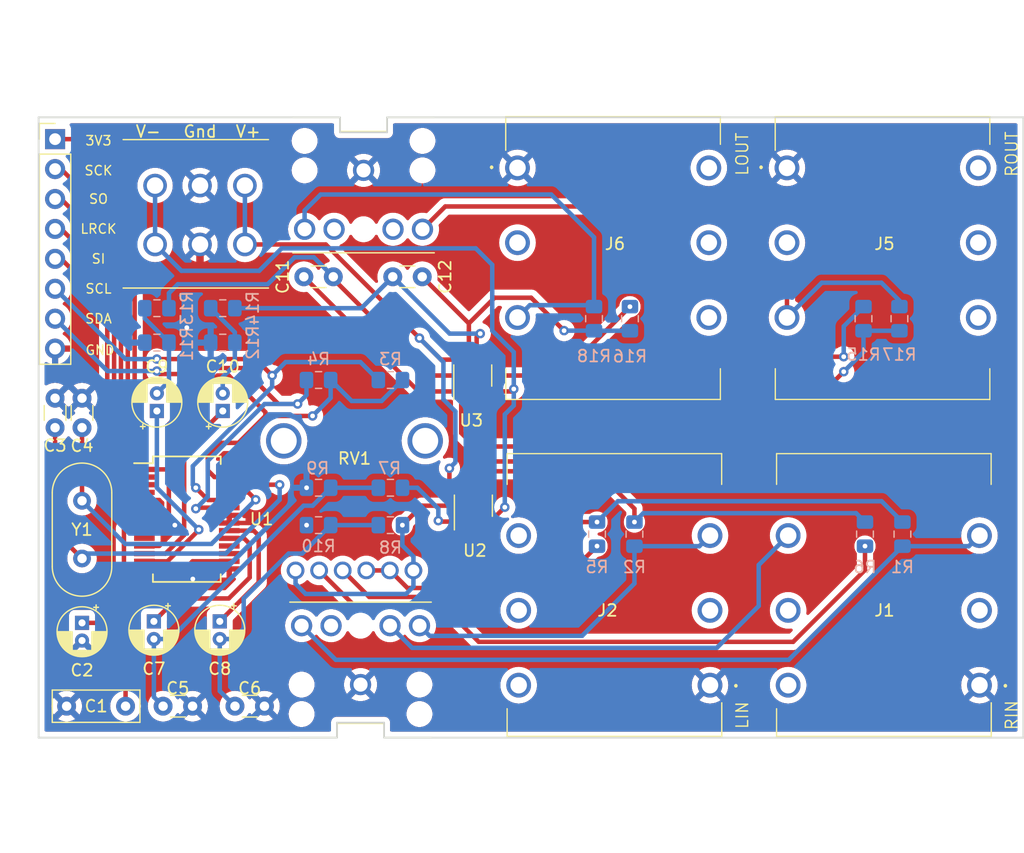
<source format=kicad_pcb>
(kicad_pcb (version 20210722) (generator pcbnew)
  (layers (0 "F.Cu" signal) (31 "B.Cu" signal) (34 "B.Paste" user) (35 "F.Paste" user) (36 "B.SilkS" user "B.Silkscreen") (37 "F.SilkS" user "F.Silkscreen") (38 "B.Mask" user) (39 "F.Mask" user) (44 "Edge.Cuts" user))
  (net 0 "")
  (net 1 "Net-(C1-Pad1)")
  (net 2 "GND")
  (net 3 "Net-(C3-Pad1)")
  (net 4 "Net-(C4-Pad2)")
  (net 5 "Net-(C5-Pad2)")
  (net 6 "Net-(C6-Pad2)")
  (net 7 "/RIN")
  (net 8 "/LIN")
  (net 9 "/ROUT")
  (net 10 "Net-(C9-Pad2)")
  (net 11 "/LOUT")
  (net 12 "Net-(C10-Pad2)")
  (net 13 "Net-(C11-Pad1)")
  (net 14 "Net-(C11-Pad2)")
  (net 15 "Net-(C12-Pad1)")
  (net 16 "Net-(C12-Pad2)")
  (net 20 "Net-(J1-PadT)")
  (net 21 "Net-(J1-PadTN)")
  (net 25 "Net-(J2-PadT)")
  (net 30 "Net-(J5-PadT)")
  (net 35 "Net-(J6-PadT)")
  (net 37 "Net-(R1-Pad2)")
  (net 38 "Net-(R2-Pad2)")
  (net 39 "/+3V3")
  (net 40 "/I2C_SCL")
  (net 41 "/I2C_SDA")
  (net 42 "Net-(R5-Pad2)")
  (net 43 "Net-(R6-Pad2)")
  (net 44 "Net-(R7-Pad1)")
  (net 45 "Net-(R8-Pad1)")
  (net 47 "/I2S_SCK")
  (net 48 "/I2S_SOUT")
  (net 49 "/I2S_LRCK")
  (net 50 "/I2S_SIN")
  (net 55 "Net-(J4-Pad3)")
  (net 56 "Net-(J4-Pad1)")
  (footprint "SamacSys_Parts:1-2834017-3-terminalblock" (layer "F.Cu") (at 153.265 52.93 180)
    (fp_text reference "J4" hide)
    (fp_text value "Screw_Terminal_01x03")
  )
  (footprint "Connector_PinHeader_2.54mm:PinHeader_1x08_P2.54mm_Vertical" (layer "F.Cu") (at 137.162 48.99)
    (fp_text reference "J8" hide)
    (fp_text value "Conn_01x08")
  )
  (footprint "SamacSys_Parts:NMJ6HFD2" (layer "F.Cu") (at 192.72 95.34 -90)
    (fp_text reference "J2")
    (fp_text value "AudioJack3_Switch" hide)
  )
  (footprint "Capacitor_THT:C_Disc_D3.0mm_W1.6mm_P2.50mm" (layer "F.Cu") (at 168.308 60.674 180)
    (fp_text reference "C12")
    (fp_text value "18p")
  )
  (footprint "Capacitor_THT:C_Disc_D3.0mm_W1.6mm_P2.50mm" (layer "F.Cu") (at 158.264 60.674)
    (fp_text reference "C11")
    (fp_text value "18p")
  )
  (footprint "Package_SO:SSOP-28_5.3x10.2mm_P0.65mm" (layer "F.Cu") (at 148.338 81.248)
    (fp_text reference "U1")
    (fp_text value "WM8731")
  )
  (footprint "Crystal:Crystal_HC18-U_Vertical" (layer "F.Cu") (at 139.448 79.687 -90)
    (fp_text reference "Y1")
    (fp_text value "12.288MHz")
  )
  (footprint "Capacitor_THT:C_Disc_D3.0mm_W1.6mm_P2.50mm" (layer "F.Cu") (at 139.448 70.981 -90)
    (fp_text reference "C4")
    (fp_text value "18p")
  )
  (footprint "SamacSys_Parts:NMJ6HFD2" (layer "F.Cu") (at 199.25 51.43 90)
    (fp_text reference "J5")
    (fp_text value "AudioJack3_Switch" hide)
  )
  (footprint "SamacSys_Parts:SJ1-3525N" (layer "F.Cu") (at 157.075 99.79 90)
    (fp_text reference "J3" hide)
    (fp_text value "AudioJack3_SwitchTR" hide)
  )
  (footprint "Package_TO_SOT_SMD:SOT-23-8_Handsoldering" (layer "F.Cu") (at 172.595 69.056 90)
    (fp_text reference "U3")
    (fp_text value "TL072")
  )
  (footprint "SamacSys_Parts:NMJ6HFD2" (layer "F.Cu") (at 215.58 95.34 -90)
    (fp_text reference "J1")
    (fp_text value "AudioJack3_Switch" hide)
  )
  (footprint "Capacitor_THT:C_Rect_L7.2mm_W2.5mm_P5.00mm_FKS2_FKP2_MKS2_MKP2" (layer "F.Cu") (at 143.142 97.123 180)
    (fp_text reference "C1")
    (fp_text value "100n")
  )
  (footprint "SamacSys_Parts:PTV112-4" (layer "F.Cu") (at 162.562 85.599)
    (fp_text reference "RV1")
    (fp_text value "50k (Audio)")
  )
  (footprint "Capacitor_THT:CP_Radial_D4.0mm_P1.50mm" (layer "F.Cu") (at 145.798 72.0646 90)
    (fp_text reference "C9")
    (fp_text value "10u")
  )
  (footprint "Capacitor_THT:C_Disc_D3.0mm_W1.6mm_P2.50mm" (layer "F.Cu") (at 137.162 73.481 90)
    (fp_text reference "C3")
    (fp_text value "18p")
  )
  (footprint "SamacSys_Parts:SJ1-3525N" (layer "F.Cu") (at 169.33 47.14 -90)
    (fp_text reference "J7" hide)
    (fp_text value "AudioJack3_SwitchTR" hide)
  )
  (footprint "Capacitor_THT:CP_Radial_D4.0mm_P1.50mm" (layer "F.Cu") (at 151.132 89.923401 -90)
    (fp_text reference "C8")
    (fp_text value "10u")
  )
  (footprint "Capacitor_THT:CP_Radial_D4.0mm_P1.50mm" (layer "F.Cu") (at 139.448 90.050401 -90)
    (fp_text reference "C2")
    (fp_text value "10u")
  )
  (footprint "SamacSys_Parts:NMJ6HFD2" (layer "F.Cu") (at 176.39 51.43 90)
    (fp_text reference "J6")
    (fp_text value "AudioJack3_Switch" hide)
  )
  (footprint "Capacitor_THT:CP_Radial_D4.0mm_P1.50mm" (layer "F.Cu") (at 145.544 89.923401 -90)
    (fp_text reference "C7")
    (fp_text value "10u")
  )
  (footprint "Capacitor_THT:C_Disc_D3.0mm_W1.6mm_P2.50mm" (layer "F.Cu") (at 148.826 97.123 180)
    (fp_text reference "C5")
    (fp_text value "220p")
  )
  (footprint "Capacitor_THT:C_Disc_D3.0mm_W1.6mm_P2.50mm" (layer "F.Cu") (at 154.922 97.123 180)
    (fp_text reference "C6")
    (fp_text value "220p")
  )
  (footprint "Capacitor_THT:CP_Radial_D4.0mm_P1.50mm" (layer "F.Cu") (at 151.386 72.0646 90)
    (fp_text reference "C10")
    (fp_text value "10u")
  )
  (footprint "Package_TO_SOT_SMD:SOT-23-8_Handsoldering" (layer "F.Cu") (at 172.646 80.105 90)
    (fp_text reference "U2")
    (fp_text value "TL072")
  )
  (footprint "Resistor_SMD:R_0805_2012Metric_Pad1.15x1.40mm_HandSolder" (layer "B.Cu") (at 165.61 78.581 180)
    (fp_text reference "R7")
    (fp_text value "5.6k")
  )
  (footprint "Resistor_SMD:R_0805_2012Metric_Pad1.15x1.40mm_HandSolder" (layer "B.Cu") (at 205.869 82.518 -90)
    (fp_text reference "R6")
    (fp_text value "3.3k")
  )
  (footprint "Resistor_SMD:R_0805_2012Metric_Pad1.15x1.40mm_HandSolder" (layer "B.Cu") (at 165.61 69.437 180)
    (fp_text reference "R3")
    (fp_text value "2.2k")
  )
  (footprint "Resistor_SMD:R_0805_2012Metric_Pad1.15x1.40mm_HandSolder" (layer "B.Cu") (at 151.386 66.262)
    (fp_text reference "R12")
    (fp_text value "39k")
  )
  (footprint "Resistor_SMD:R_0805_2012Metric_Pad1.15x1.40mm_HandSolder" (layer "B.Cu") (at 145.798 66.262)
    (fp_text reference "R11")
    (fp_text value "39k")
  )
  (footprint "Resistor_SMD:R_0805_2012Metric_Pad1.15x1.40mm_HandSolder" (layer "B.Cu") (at 151.386 63.341)
    (fp_text reference "R14")
    (fp_text value "5.6k")
  )
  (footprint "Resistor_SMD:R_0805_2012Metric_Pad1.15x1.40mm_HandSolder" (layer "B.Cu") (at 208.79 64.23 90)
    (fp_text reference "R17")
    (fp_text value "1k")
  )
  (footprint "Resistor_SMD:R_0805_2012Metric_Pad1.15x1.40mm_HandSolder" (layer "B.Cu") (at 159.514 69.437 180)
    (fp_text reference "R4")
    (fp_text value "2.2k")
  )
  (footprint "Resistor_SMD:R_0805_2012Metric_Pad1.15x1.40mm_HandSolder" (layer "B.Cu") (at 145.798 63.341)
    (fp_text reference "R13")
    (fp_text value "5.6k")
  )
  (footprint "Resistor_SMD:R_0805_2012Metric_Pad1.15x1.40mm_HandSolder" (layer "B.Cu") (at 159.514 78.581)
    (fp_text reference "R9")
    (fp_text value "5.6k")
  )
  (footprint "Resistor_SMD:R_0805_2012Metric_Pad1.15x1.40mm_HandSolder" (layer "B.Cu") (at 165.61 81.756 180)
    (fp_text reference "R8")
    (fp_text value "5.6k")
  )
  (footprint "Resistor_SMD:R_0805_2012Metric_Pad1.15x1.40mm_HandSolder" (layer "B.Cu") (at 183.136 82.518 -90)
    (fp_text reference "R5")
    (fp_text value "3.3k")
  )
  (footprint "Resistor_SMD:R_0805_2012Metric_Pad1.15x1.40mm_HandSolder" (layer "B.Cu") (at 209.044 82.518 90)
    (fp_text reference "R1")
    (fp_text value "22k")
  )
  (footprint "Resistor_SMD:R_0805_2012Metric_Pad1.15x1.40mm_HandSolder" (layer "B.Cu") (at 205.742 64.23 -90)
    (fp_text reference "R15")
    (fp_text value "39k")
  )
  (footprint "Resistor_SMD:R_0805_2012Metric_Pad1.15x1.40mm_HandSolder" (layer "B.Cu") (at 185.93 64.23 -90)
    (fp_text reference "R16")
    (fp_text value "39k")
  )
  (footprint "Resistor_SMD:R_0805_2012Metric_Pad1.15x1.40mm_HandSolder" (layer "B.Cu") (at 182.882 64.23 90)
    (fp_text reference "R18")
    (fp_text value "1k")
  )
  (footprint "Resistor_SMD:R_0805_2012Metric_Pad1.15x1.40mm_HandSolder" (layer "B.Cu") (at 159.514 81.756)
    (fp_text reference "R10")
    (fp_text value "5.6k")
  )
  (footprint "Resistor_SMD:R_0805_2012Metric_Pad1.15x1.40mm_HandSolder" (layer "B.Cu") (at 186.311 82.518 90)
    (fp_text reference "R2")
    (fp_text value "22k")
  )
  (gr_line (start 165.33 47.14) (end 165.33 48.41) (layer "Edge.Cuts") (width 0.15))
  (gr_line (start 219.305 47.14) (end 219.305 99.79) (layer "Edge.Cuts") (width 0.15))
  (gr_line (start 165.33 48.41) (end 161.33 48.41) (layer "Edge.Cuts") (width 0.15))
  (gr_line (start 165.075 98.52) (end 161.075 98.52) (layer "Edge.Cuts") (width 0.15))
  (gr_line (start 135.765 47.14) (end 161.33 47.14) (layer "Edge.Cuts") (width 0.15))
  (gr_line (start 219.305 99.79) (end 165.075 99.79) (layer "Edge.Cuts") (width 0.15))
  (gr_line (start 161.33 47.14) (end 161.33 48.41) (layer "Edge.Cuts") (width 0.15))
  (gr_line (start 165.33 47.14) (end 219.305 47.14) (layer "Edge.Cuts") (width 0.15))
  (gr_line (start 161.075 98.52) (end 161.075 99.79) (layer "Edge.Cuts") (width 0.15))
  (gr_line (start 135.765 99.79) (end 135.765 47.14) (layer "Edge.Cuts") (width 0.15))
  (gr_line (start 165.075 99.79) (end 165.075 98.52) (layer "Edge.Cuts") (width 0.15))
  (gr_line (start 161.075 99.79) (end 135.765 99.79) (layer "Edge.Cuts") (width 0.15))
  (gr_text "SO" (at 140.845 54.07) (layer "F.SilkS") (effects (font (size 0.8 0.8) (thickness 0.12))))
  (gr_text "LIN" (at 195.455 97.885 90) (layer "F.SilkS") (effects (font (size 1 1) (thickness 0.12))))
  (gr_text "SDA" (at 140.845 64.23) (layer "F.SilkS") (effects (font (size 0.8 0.8) (thickness 0.12))))
  (gr_text "RIN" (at 218.315 97.885 90) (layer "F.SilkS") (effects (font (size 1 1) (thickness 0.12))))
  (gr_text "3V3" (at 140.845 49.12) (layer "F.SilkS") (effects (font (size 0.8 0.8) (thickness 0.12))))
  (gr_text "LOUT" (at 195.455 50.26 90) (layer "F.SilkS") (effects (font (size 1 1) (thickness 0.12))))
  (gr_text "ROUT" (at 218.315 50.26 90) (layer "F.SilkS") (effects (font (size 1 1) (thickness 0.12))))
  (gr_text "GND" (at 140.972 66.897) (layer "F.SilkS") (effects (font (size 0.8 0.8) (thickness 0.12))))
  (gr_text "SCL" (at 140.845 61.69) (layer "F.SilkS") (effects (font (size 0.8 0.8) (thickness 0.12))))
  (gr_text "LRCK" (at 140.845 56.61) (layer "F.SilkS") (effects (font (size 0.8 0.8) (thickness 0.12))))
  (gr_text "SI" (at 140.845 59.15) (layer "F.SilkS") (effects (font (size 0.8 0.8) (thickness 0.12))))
  (gr_text "SCK" (at 140.845 51.66) (layer "F.SilkS") (effects (font (size 0.8 0.8) (thickness 0.12))))
  (segment (start 143.142 90.051) (end 143.142 97.123) (width 0.381) (layer "F.Cu") (net 1))
  (segment (start 146.23 86.963) (end 146.687 86.963) (width 0.381) (layer "F.Cu") (net 1))
  (segment (start 143.142599 90.050401) (end 143.142 90.051) (width 0.381) (layer "F.Cu") (net 1))
  (segment (start 146.687 86.963) (end 148.827 84.823) (width 0.381) (layer "F.Cu") (net 1))
  (segment (start 148.827 84.823) (end 151.938 84.823) (width 0.381) (layer "F.Cu") (net 1))
  (segment (start 143.142599 90.050401) (end 146.23 86.963) (width 0.381) (layer "F.Cu") (net 1))
  (segment (start 139.448 90.050401) (end 143.142599 90.050401) (width 0.381) (layer "F.Cu") (net 1))
  (segment (start 151.938 85.473) (end 149.701 85.473) (width 0.381) (layer "F.Cu") (net 2))
  (segment (start 149.455 63.875) (end 148.338 64.992) (width 0.635) (layer "F.Cu") (net 2))
  (segment (start 149.455 57.93) (end 149.455 63.875) (width 0.635) (layer "F.Cu") (net 2))
  (segment (start 172.925 71.88) (end 173.585 72.54) (width 0.381) (layer "F.Cu") (net 2))
  (segment (start 151.938 81.573) (end 155.506 81.573) (width 0.381) (layer "F.Cu") (net 2))
  (segment (start 172.976 81.455) (end 172.976 83.361) (width 0.381) (layer "F.Cu") (net 2))
  (segment (start 172.925 70.406) (end 172.925 71.88) (width 0.381) (layer "F.Cu") (net 2))
  (segment (start 172.976 83.361) (end 173.585 83.97) (width 0.381) (layer "F.Cu") (net 2))
  (segment (start 145.994 83.523) (end 147.322 82.195) (width 0.381) (layer "F.Cu") (net 2))
  (segment (start 155.506 81.573) (end 158.498 78.581) (width 0.381) (layer "F.Cu") (net 2))
  (segment (start 147.322 82.195) (end 147.322 81.756) (width 0.381) (layer "F.Cu") (net 2))
  (segment (start 144.738 83.523) (end 145.994 83.523) (width 0.381) (layer "F.Cu") (net 2))
  (segment (start 149.701 85.473) (end 148.846 86.328) (width 0.381) (layer "F.Cu") (net 2))
  (via (at 147.322 81.756) (size 0.8) (drill 0.4) (layers "F.Cu" "B.Cu") (net 2))
  (via (at 148.846 86.328) (size 0.8) (drill 0.4) (layers "F.Cu" "B.Cu") (net 2))
  (via (at 148.338 64.992) (size 0.8) (drill 0.4) (layers "F.Cu" "B.Cu") (net 2))
  (via (at 158.498 81.756) (size 0.8) (drill 0.4) (layers "F.Cu" "B.Cu") (net 2))
  (via (at 158.498 78.581) (size 0.8) (drill 0.4) (layers "F.Cu" "B.Cu") (net 2))
  (segment (start 137.162 82.301) (end 137.162 73.481) (width 0.381) (layer "F.Cu") (net 3))
  (segment (start 151.938 78.323) (end 156.208 78.323) (width 0.381) (layer "F.Cu") (net 3))
  (segment (start 139.448 84.587) (end 137.162 82.301) (width 0.381) (layer "F.Cu") (net 3))
  (segment (start 156.208 78.323) (end 156.212 78.327) (width 0.381) (layer "F.Cu") (net 3))
  (via (at 156.212 78.327) (size 0.8) (drill 0.4) (layers "F.Cu" "B.Cu") (net 3))
  (segment (start 139.448 84.587) (end 139.866 84.169) (width 0.381) (layer "B.Cu") (net 3))
  (segment (start 156.212 79.597) (end 156.212 78.327) (width 0.381) (layer "B.Cu") (net 3))
  (segment (start 139.866 84.169) (end 151.64 84.169) (width 0.381) (layer "B.Cu") (net 3))
  (segment (start 151.64 84.169) (end 156.212 79.597) (width 0.381) (layer "B.Cu") (net 3))
  (segment (start 153.556 78.973) (end 154.18 79.597) (width 0.381) (layer "F.Cu") (net 4))
  (segment (start 151.938 78.973) (end 153.556 78.973) (width 0.381) (layer "F.Cu") (net 4))
  (segment (start 139.448 79.687) (end 139.448 73.481) (width 0.381) (layer "F.Cu") (net 4))
  (via (at 154.18 79.597) (size 0.8) (drill 0.4) (layers "F.Cu" "B.Cu") (net 4))
  (segment (start 139.448 79.687) (end 143.11351 83.35251) (width 0.381) (layer "B.Cu") (net 4))
  (segment (start 143.11351 83.35251) (end 150.42449 83.35251) (width 0.381) (layer "B.Cu") (net 4))
  (segment (start 150.42449 83.35251) (end 154.18 79.597) (width 0.381) (layer "B.Cu") (net 4))
  (segment (start 146.925599 91.423401) (end 145.544 91.423401) (width 0.381) (layer "B.Cu") (net 5))
  (segment (start 158.244 80.105) (end 146.925599 91.423401) (width 0.381) (layer "B.Cu") (net 5))
  (segment (start 160.539 78.581) (end 159.015 80.105) (width 0.381) (layer "B.Cu") (net 5))
  (segment (start 159.015 80.105) (end 158.244 80.105) (width 0.381) (layer "B.Cu") (net 5))
  (segment (start 145.544 96.341) (end 146.326 97.123) (width 0.381) (layer "B.Cu") (net 5))
  (segment (start 164.585 78.581) (end 160.539 78.581) (width 0.381) (layer "B.Cu") (net 5))
  (segment (start 145.544 91.423401) (end 145.544 96.341) (width 0.381) (layer "B.Cu") (net 5))
  (segment (start 160.539 81.756) (end 158.126 84.169) (width 0.381) (layer "B.Cu") (net 6))
  (segment (start 156.974 84.169) (end 153.164 87.979) (width 0.381) (layer "B.Cu") (net 6))
  (segment (start 160.539 81.756) (end 164.585 81.756) (width 0.381) (layer "B.Cu") (net 6))
  (segment (start 152.259599 91.423401) (end 151.132 91.423401) (width 0.381) (layer "B.Cu") (net 6))
  (segment (start 158.126 84.169) (end 156.974 84.169) (width 0.381) (layer "B.Cu") (net 6))
  (segment (start 153.164 90.519) (end 152.259599 91.423401) (width 0.381) (layer "B.Cu") (net 6))
  (segment (start 151.132 91.423401) (end 151.132 95.833) (width 0.381) (layer "B.Cu") (net 6))
  (segment (start 153.164 87.979) (end 153.164 90.519) (width 0.381) (layer "B.Cu") (net 6))
  (segment (start 151.132 95.833) (end 152.422 97.123) (width 0.381) (layer "B.Cu") (net 6))
  (segment (start 151.894 87.979) (end 147.488401 87.979) (width 0.381) (layer "F.Cu") (net 7))
  (segment (start 147.488401 87.979) (end 145.544 89.923401) (width 0.381) (layer "F.Cu") (net 7))
  (segment (start 151.938 82.873) (end 153.194 82.873) (width 0.381) (layer "F.Cu") (net 7))
  (segment (start 153.672 83.351) (end 153.672 86.201) (width 0.381) (layer "F.Cu") (net 7))
  (segment (start 153.194 82.873) (end 153.672 83.351) (width 0.381) (layer "F.Cu") (net 7))
  (segment (start 153.672 86.201) (end 151.894 87.979) (width 0.381) (layer "F.Cu") (net 7))
  (segment (start 154.434 86.621401) (end 154.434 82.645) (width 0.381) (layer "F.Cu") (net 8))
  (segment (start 151.132 89.923401) (end 154.434 86.621401) (width 0.381) (layer "F.Cu") (net 8))
  (segment (start 154.434 82.645) (end 154.012 82.223) (width 0.381) (layer "F.Cu") (net 8))
  (segment (start 154.012 82.223) (end 151.938 82.223) (width 0.381) (layer "F.Cu") (net 8))
  (segment (start 149.354 82.170197) (end 149.354 82.137) (width 0.381) (layer "F.Cu") (net 9))
  (segment (start 146.701197 84.823) (end 149.354 82.170197) (width 0.381) (layer "F.Cu") (net 9))
  (segment (start 144.738 84.823) (end 146.701197 84.823) (width 0.381) (layer "F.Cu") (net 9))
  (via (at 149.354 82.137) (size 0.8) (drill 0.4) (layers "F.Cu" "B.Cu") (net 9))
  (segment (start 145.798 78.581) (end 149.354 82.137) (width 0.381) (layer "B.Cu") (net 9))
  (segment (start 145.798 72.0646) (end 145.798 78.581) (width 0.381) (layer "B.Cu") (net 9))
  (segment (start 145.798 70.5646) (end 146.823 69.5396) (width 0.381) (layer "B.Cu") (net 10))
  (segment (start 144.773 63.341) (end 144.773 64.212) (width 0.381) (layer "B.Cu") (net 10))
  (segment (start 146.823 69.5396) (end 146.823 66.262) (width 0.381) (layer "B.Cu") (net 10))
  (segment (start 144.773 64.212) (end 146.823 66.262) (width 0.381) (layer "B.Cu") (net 10))
  (segment (start 144.738 84.173) (end 146.530231 84.173) (width 0.381) (layer "F.Cu") (net 11))
  (segment (start 148.112001 75.338599) (end 151.386 72.0646) (width 0.381) (layer "F.Cu") (net 11))
  (segment (start 148.112001 82.59123) (end 148.112001 75.338599) (width 0.381) (layer "F.Cu") (net 11))
  (segment (start 146.530231 84.173) (end 148.112001 82.59123) (width 0.381) (layer "F.Cu") (net 11))
  (segment (start 152.411 65.391) (end 150.361 63.341) (width 0.381) (layer "B.Cu") (net 12))
  (segment (start 151.386 70.5646) (end 151.386 69.183) (width 0.381) (layer "B.Cu") (net 12))
  (segment (start 152.411 65.391) (end 152.411 66.262) (width 0.381) (layer "B.Cu") (net 12))
  (segment (start 151.386 69.183) (end 152.411 68.158) (width 0.381) (layer "B.Cu") (net 12))
  (segment (start 152.411 68.158) (end 152.411 66.262) (width 0.381) (layer "B.Cu") (net 12))
  (segment (start 171.615 73.930966) (end 174.034034 76.35) (width 0.381) (layer "F.Cu") (net 13))
  (segment (start 174.034034 76.35) (end 196.445 76.35) (width 0.381) (layer "F.Cu") (net 13))
  (segment (start 196.445 76.35) (end 204.065 68.73) (width 0.381) (layer "F.Cu") (net 13))
  (segment (start 171.615 70.406) (end 171.615 73.930966) (width 0.381) (layer "F.Cu") (net 13))
  (segment (start 171.615 70.406) (end 167.996 70.406) (width 0.381) (layer "F.Cu") (net 13))
  (segment (start 167.996 70.406) (end 158.264 60.674) (width 0.381) (layer "F.Cu") (net 13))
  (via (at 204.065 68.73) (size 0.8) (drill 0.4) (layers "F.Cu" "B.Cu") (net 13))
  (segment (start 205.742 67.053) (end 204.065 68.73) (width 0.381) (layer "B.Cu") (net 13))
  (segment (start 205.742 65.255) (end 205.742 67.053) (width 0.381) (layer "B.Cu") (net 13))
  (segment (start 205.742 65.255) (end 208.79 65.255) (width 0.381) (layer "B.Cu") (net 13))
  (segment (start 168.963 69.056) (end 172.076 69.056) (width 0.381) (layer "F.Cu") (net 14))
  (segment (start 172.265 73.125) (end 174.22 75.08) (width 0.381) (layer "F.Cu") (net 14))
  (segment (start 174.22 75.08) (end 195.175 75.08) (width 0.381) (layer "F.Cu") (net 14))
  (segment (start 202.795 67.46) (end 204.065 67.46) (width 0.381) (layer "F.Cu") (net 14))
  (segment (start 160.764 60.857) (end 168.963 69.056) (width 0.381) (layer "F.Cu") (net 14))
  (segment (start 160.764 60.674) (end 160.764 60.857) (width 0.381) (layer "F.Cu") (net 14))
  (segment (start 172.076 69.056) (end 172.265 69.245) (width 0.381) (layer "F.Cu") (net 14))
  (segment (start 195.175 75.08) (end 202.795 67.46) (width 0.381) (layer "F.Cu") (net 14))
  (segment (start 172.265 69.245) (end 172.265 70.406) (width 0.381) (layer "F.Cu") (net 14))
  (segment (start 172.265 70.406) (end 172.265 73.125) (width 0.381) (layer "F.Cu") (net 14))
  (via (at 204.065 67.46) (size 0.8) (drill 0.4) (layers "F.Cu" "B.Cu") (net 14))
  (segment (start 204.065 64.882) (end 204.065 67.46) (width 0.381) (layer "B.Cu") (net 14))
  (segment (start 157.482 59.023) (end 159.113 59.023) (width 0.381) (layer "B.Cu") (net 14))
  (segment (start 205.742 63.205) (end 204.065 64.882) (width 0.381) (layer "B.Cu") (net 14))
  (segment (start 147.576 61.309) (end 155.196 61.309) (width 0.381) (layer "B.Cu") (net 14))
  (segment (start 146.823 63.341) (end 146.823 62.062) (width 0.381) (layer "B.Cu") (net 14))
  (segment (start 155.196 61.309) (end 157.482 59.023) (width 0.381) (layer "B.Cu") (net 14))
  (segment (start 146.823 62.062) (end 147.576 61.309) (width 0.381) (layer "B.Cu") (net 14))
  (segment (start 159.113 59.023) (end 160.764 60.674) (width 0.381) (layer "B.Cu") (net 14))
  (segment (start 177.548 62.452) (end 180.342 65.246) (width 0.381) (layer "F.Cu") (net 15))
  (segment (start 174.444 62.452) (end 177.548 62.452) (width 0.381) (layer "F.Cu") (net 15))
  (segment (start 172.265 64.631) (end 172.265 65.195) (width 0.381) (layer "F.Cu") (net 15))
  (segment (start 172.265 64.631) (end 174.444 62.452) (width 0.381) (layer "F.Cu") (net 15))
  (segment (start 172.265 67.706) (end 172.265 65.195) (width 0.381) (layer "F.Cu") (net 15))
  (segment (start 168.308 60.674) (end 172.265 64.631) (width 0.381) (layer "F.Cu") (net 15))
  (via (at 180.342 65.246) (size 0.8) (drill 0.4) (layers "F.Cu" "B.Cu") (net 15))
  (segment (start 180.342 65.246) (end 182.873 65.246) (width 0.381) (layer "B.Cu") (net 15))
  (segment (start 185.93 65.255) (end 182.882 65.255) (width 0.381) (layer "B.Cu") (net 15))
  (segment (start 182.873 65.246) (end 182.882 65.255) (width 0.381) (layer "B.Cu") (net 15))
  (segment (start 180.088 69.056) (end 185.93 63.214) (width 0.381) (layer "F.Cu") (net 16))
  (segment (start 172.925 67.706) (end 172.925 65.805) (width 0.381) (layer "F.Cu") (net 16))
  (segment (start 172.925 65.805) (end 173.23 65.5) (width 0.381) (layer "F.Cu") (net 16))
  (segment (start 173.114 69.056) (end 180.088 69.056) (width 0.381) (layer "F.Cu") (net 16))
  (segment (start 172.925 68.867) (end 173.114 69.056) (width 0.381) (layer "F.Cu") (net 16))
  (segment (start 172.925 67.706) (end 172.925 68.867) (width 0.381) (layer "F.Cu") (net 16))
  (via (at 185.93 63.214) (size 0.8) (drill 0.4) (layers "F.Cu" "B.Cu") (net 16))
  (via (at 173.23 65.5) (size 0.8) (drill 0.4) (layers "F.Cu" "B.Cu") (net 16))
  (segment (start 152.411 63.341) (end 163.141 63.341) (width 0.381) (layer "B.Cu") (net 16))
  (segment (start 163.141 63.341) (end 165.808 60.674) (width 0.381) (layer "B.Cu") (net 16))
  (segment (start 170.634 65.5) (end 173.23 65.5) (width 0.381) (layer "B.Cu") (net 16))
  (segment (start 165.808 60.674) (end 170.634 65.5) (width 0.381) (layer "B.Cu") (net 16))
  (segment (start 185.93 63.205) (end 185.93 63.214) (width 0.381) (layer "B.Cu") (net 16))
  (segment (start 199.401 93.186) (end 209.044 83.543) (width 0.381) (layer "B.Cu") (net 20))
  (segment (start 209.044 83.543) (end 214.677 83.543) (width 0.381) (layer "B.Cu") (net 20))
  (segment (start 160.971 93.186) (end 199.401 93.186) (width 0.381) (layer "B.Cu") (net 20))
  (segment (start 158.075 90.29) (end 160.971 93.186) (width 0.381) (layer "B.Cu") (net 20))
  (segment (start 214.677 83.543) (end 215.58 82.64) (width 0.381) (layer "B.Cu") (net 20))
  (segment (start 193.296 92.17) (end 167.455 92.17) (width 0.381) (layer "B.Cu") (net 21))
  (segment (start 167.455 92.17) (end 165.575 90.29) (width 0.381) (layer "B.Cu") (net 21))
  (segment (start 196.852 85.138) (end 196.852 88.614) (width 0.381) (layer "B.Cu") (net 21))
  (segment (start 199.35 82.64) (end 196.852 85.138) (width 0.381) (layer "B.Cu") (net 21))
  (segment (start 196.852 88.614) (end 193.296 92.17) (width 0.381) (layer "B.Cu") (net 21))
  (segment (start 191.817 83.543) (end 192.72 82.64) (width 0.381) (layer "B.Cu") (net 25))
  (segment (start 168.075 90.29) (end 168.939 91.154) (width 0.381) (layer "B.Cu") (net 25))
  (segment (start 181.866 91.154) (end 186.311 86.709) (width 0.381) (layer "B.Cu") (net 25))
  (segment (start 186.311 86.709) (end 186.311 83.543) (width 0.381) (layer "B.Cu") (net 25))
  (segment (start 168.939 91.154) (end 181.866 91.154) (width 0.381) (layer "B.Cu") (net 25))
  (segment (start 186.311 83.543) (end 191.817 83.543) (width 0.381) (layer "B.Cu") (net 25))
  (segment (start 192.966 54.705) (end 199.25 60.989) (width 0.381) (layer "F.Cu") (net 30))
  (segment (start 170.265 54.705) (end 192.966 54.705) (width 0.381) (layer "F.Cu") (net 30))
  (segment (start 199.25 60.989) (end 199.25 64.13) (width 0.381) (layer "F.Cu") (net 30))
  (segment (start 168.33 56.64) (end 170.265 54.705) (width 0.381) (layer "F.Cu") (net 30))
  (segment (start 207.266 61.182) (end 208.79 62.706) (width 0.381) (layer "B.Cu") (net 30))
  (segment (start 202.198 61.182) (end 207.266 61.182) (width 0.381) (layer "B.Cu") (net 30))
  (segment (start 199.25 64.13) (end 202.198 61.182) (width 0.381) (layer "B.Cu") (net 30))
  (segment (start 208.79 62.706) (end 208.79 63.205) (width 0.381) (layer "B.Cu") (net 30))
  (segment (start 182.764 63.087) (end 182.882 63.205) (width 0.381) (layer "B.Cu") (net 35))
  (segment (start 158.33 55.051) (end 159.692 53.689) (width 0.381) (layer "B.Cu") (net 35))
  (segment (start 158.33 56.64) (end 158.33 55.051) (width 0.381) (layer "B.Cu") (net 35))
  (segment (start 159.692 53.689) (end 179.25 53.689) (width 0.381) (layer "B.Cu") (net 35))
  (segment (start 182.882 57.321) (end 182.882 63.205) (width 0.381) (layer "B.Cu") (net 35))
  (segment (start 176.39 64.13) (end 177.433 63.087) (width 0.381) (layer "B.Cu") (net 35))
  (segment (start 179.25 53.689) (end 182.882 57.321) (width 0.381) (layer "B.Cu") (net 35))
  (segment (start 177.433 63.087) (end 182.764 63.087) (width 0.381) (layer "B.Cu") (net 35))
  (segment (start 172.316 84.906) (end 172.316 81.455) (width 0.381) (layer "F.Cu") (net 37))
  (segment (start 181.875 81.493) (end 178.056 85.312) (width 0.381) (layer "F.Cu") (net 37))
  (segment (start 178.056 85.312) (end 172.722 85.312) (width 0.381) (layer "F.Cu") (net 37))
  (segment (start 172.722 85.312) (end 172.316 84.906) (width 0.381) (layer "F.Cu") (net 37))
  (segment (start 183.136 81.493) (end 181.875 81.493) (width 0.381) (layer "F.Cu") (net 37))
  (via (at 183.136 81.493) (size 0.8) (drill 0.4) (layers "F.Cu" "B.Cu") (net 37))
  (segment (start 184.905 79.724) (end 183.136 81.493) (width 0.381) (layer "B.Cu") (net 37))
  (segment (start 209.044 81.493) (end 207.275 79.724) (width 0.381) (layer "B.Cu") (net 37))
  (segment (start 207.275 79.724) (end 184.905 79.724) (width 0.381) (layer "B.Cu") (net 37))
  (segment (start 186.311 81.493) (end 186.311 80.359) (width 0.381) (layer "F.Cu") (net 38))
  (segment (start 183.136 77.184) (end 173.386 77.184) (width 0.381) (layer "F.Cu") (net 38))
  (segment (start 173.386 77.184) (end 172.976 77.594) (width 0.381) (layer "F.Cu") (net 38))
  (segment (start 186.311 80.359) (end 183.136 77.184) (width 0.381) (layer "F.Cu") (net 38))
  (segment (start 172.976 77.594) (end 172.976 78.755) (width 0.381) (layer "F.Cu") (net 38))
  (via (at 186.311 81.493) (size 0.8) (drill 0.4) (layers "F.Cu" "B.Cu") (net 38))
  (segment (start 187.064 80.74) (end 186.311 81.493) (width 0.381) (layer "B.Cu") (net 38))
  (segment (start 205.869 81.493) (end 205.116 80.74) (width 0.381) (layer "B.Cu") (net 38))
  (segment (start 205.116 80.74) (end 187.064 80.74) (width 0.381) (layer "B.Cu") (net 38))
  (segment (start 143.911022 54.088022) (end 143.911022 76.196022) (width 0.381) (layer "F.Cu") (net 39))
  (segment (start 150.116 77.107) (end 150.116 75.787) (width 0.381) (layer "F.Cu") (net 39))
  (segment (start 155.004422 72.485) (end 159.006 72.485) (width 0.381) (layer "F.Cu") (net 39))
  (segment (start 151.894 69.056) (end 155.004422 72.166422) (width 0.381) (layer "F.Cu") (net 39))
  (segment (start 152.718422 74.771) (end 155.004422 72.485) (width 0.381) (layer "F.Cu") (net 39))
  (segment (start 138.813 48.99) (end 143.911022 54.088022) (width 0.381) (layer "F.Cu") (net 39))
  (segment (start 143.507978 85.473) (end 144.738 85.473) (width 0.381) (layer "F.Cu") (net 39))
  (segment (start 146.814 73.1835) (end 150.9415 69.056) (width 0.381) (layer "F.Cu") (net 39))
  (segment (start 146.814 81.121) (end 146.814 77.057) (width 0.381) (layer "F.Cu") (net 39))
  (segment (start 150.116 75.787) (end 151.132 74.771) (width 0.381) (layer "F.Cu") (net 39))
  (segment (start 143.004 82.051) (end 143.004 84.969022) (width 0.381) (layer "F.Cu") (net 39))
  (segment (start 144.738 81.573) (end 143.482 81.573) (width 0.381) (layer "F.Cu") (net 39))
  (segment (start 151.938 77.673) (end 150.682 77.673) (width 0.381) (layer "F.Cu") (net 39))
  (segment (start 143.482 81.573) (end 143.004 82.051) (width 0.381) (layer "F.Cu") (net 39))
  (segment (start 143.004 84.969022) (end 143.507978 85.473) (width 0.381) (layer "F.Cu") (net 39))
  (segment (start 146.78 77.023) (end 146.814 77.057) (width 0.381) (layer "F.Cu") (net 39))
  (segment (start 146.814 77.057) (end 146.814 73.1835) (width 0.381) (layer "F.Cu") (net 39))
  (segment (start 146.362 81.573) (end 146.814 81.121) (width 0.381) (layer "F.Cu") (net 39))
  (segment (start 150.682 77.673) (end 150.116 77.107) (width 0.381) (layer "F.Cu") (net 39))
  (segment (start 155.004422 72.166422) (end 155.004422 72.485) (width 0.381) (layer "F.Cu") (net 39))
  (segment (start 143.911022 76.196022) (end 144.738 77.023) (width 0.381) (layer "F.Cu") (net 39))
  (segment (start 151.132 74.771) (end 152.718422 74.771) (width 0.381) (layer "F.Cu") (net 39))
  (segment (start 144.738 81.573) (end 146.362 81.573) (width 0.381) (layer "F.Cu") (net 39))
  (segment (start 144.738 77.023) (end 146.78 77.023) (width 0.381) (layer "F.Cu") (net 39))
  (segment (start 137.162 48.99) (end 138.813 48.99) (width 0.381) (layer "F.Cu") (net 39))
  (segment (start 150.9415 69.056) (end 151.894 69.056) (width 0.381) (layer "F.Cu") (net 39))
  (via (at 159.006 72.485) (size 0.8) (drill 0.4) (layers "F.Cu" "B.Cu") (net 39))
  (segment (start 162.317 71.215) (end 164.857 71.215) (width 0.381) (layer "B.Cu") (net 39))
  (segment (start 160.539 70.952) (end 159.006 72.485) (width 0.381) (layer "B.Cu") (net 39))
  (segment (start 164.857 71.215) (end 166.635 69.437) (width 0.381) (layer "B.Cu") (net 39))
  (segment (start 160.539 69.437) (end 160.539 70.952) (width 0.381) (layer "B.Cu") (net 39))
  (segment (start 160.539 69.437) (end 162.317 71.215) (width 0.381) (layer "B.Cu") (net 39))
  (segment (start 149.1 78.581) (end 150.142 79.623) (width 0.381) (layer "F.Cu") (net 40))
  (segment (start 155.577 69.056) (end 154.18 67.659) (width 0.381) (layer "F.Cu") (net 40))
  (segment (start 150.142 79.623) (end 151.938 79.623) (width 0.381) (layer "F.Cu") (net 40))
  (segment (start 154.18 67.659) (end 145.798 67.659) (width 0.381) (layer "F.Cu") (net 40))
  (via (at 145.798 67.659) (size 0.8) (drill 0.4) (layers "F.Cu" "B.Cu") (net 40))
  (via (at 149.1 78.581) (size 0.8) (drill 0.4) (layers "F.Cu" "B.Cu") (net 40))
  (via (at 155.577 69.056) (size 0.8) (drill 0.4) (layers "F.Cu" "B.Cu") (net 40))
  (segment (start 155.577 69.056) (end 156.72 67.913) (width 0.381) (layer "B.Cu") (net 40))
  (segment (start 156.72 67.913) (end 163.061 67.913) (width 0.381) (layer "B.Cu") (net 40))
  (segment (start 148.846 78.327) (end 149.1 78.581) (width 0.381) (layer "B.Cu") (net 40))
  (segment (start 137.162 61.69) (end 143.131 67.659) (width 0.381) (layer "B.Cu") (net 40))
  (segment (start 155.577 69.056) (end 155.577 70.013034) (width 0.381) (layer "B.Cu") (net 40))
  (segment (start 163.061 67.913) (end 164.585 69.437) (width 0.381) (layer "B.Cu") (net 40))
  (segment (start 143.131 67.659) (end 145.798 67.659) (width 0.381) (layer "B.Cu") (net 40))
  (segment (start 148.846 76.744034) (end 148.846 78.327) (width 0.381) (layer "B.Cu") (net 40))
  (segment (start 155.577 70.013034) (end 148.846 76.744034) (width 0.381) (layer "B.Cu") (net 40))
  (segment (start 149.1 68.929) (end 149.608 68.421) (width 0.381) (layer "F.Cu") (net 41))
  (segment (start 145.798 68.675) (end 146.052 68.929) (width 0.381) (layer "F.Cu") (net 41))
  (segment (start 153.054031 68.421) (end 156.102031 71.469) (width 0.381) (layer "F.Cu") (net 41))
  (segment (start 149.186 80.273) (end 151.938 80.273) (width 0.381) (layer "F.Cu") (net 41))
  (segment (start 146.052 68.929) (end 149.1 68.929) (width 0.381) (layer "F.Cu") (net 41))
  (segment (start 149.1 80.359) (end 149.186 80.273) (width 0.381) (layer "F.Cu") (net 41))
  (segment (start 149.608 68.421) (end 153.054031 68.421) (width 0.381) (layer "F.Cu") (net 41))
  (segment (start 156.102031 71.469) (end 157.736 71.469) (width 0.381) (layer "F.Cu") (net 41))
  (via (at 157.736 71.469) (size 0.8) (drill 0.4) (layers "F.Cu" "B.Cu") (net 41))
  (via (at 145.798 68.675) (size 0.8) (drill 0.4) (layers "F.Cu" "B.Cu") (net 41))
  (via (at 149.1 80.359) (size 0.8) (drill 0.4) (layers "F.Cu" "B.Cu") (net 41))
  (segment (start 141.607 68.675) (end 145.798 68.675) (width 0.381) (layer "B.Cu") (net 41))
  (segment (start 158.489 70.716) (end 157.736 71.469) (width 0.381) (layer "B.Cu") (net 41))
  (segment (start 157.736 71.469) (end 154.942 71.469) (width 0.381) (layer "B.Cu") (net 41))
  (segment (start 150.116 76.295) (end 150.116 79.343) (width 0.381) (layer "B.Cu") (net 41))
  (segment (start 137.162 64.23) (end 141.607 68.675) (width 0.381) (layer "B.Cu") (net 41))
  (segment (start 154.942 71.469) (end 150.116 76.295) (width 0.381) (layer "B.Cu") (net 41))
  (segment (start 150.116 79.343) (end 149.1 80.359) (width 0.381) (layer "B.Cu") (net 41))
  (segment (start 158.489 69.437) (end 158.489 70.716) (width 0.381) (layer "B.Cu") (net 41))
  (segment (start 170.182 87.852) (end 171.706 86.328) (width 0.381) (layer "F.Cu") (net 42))
  (segment (start 171.706 86.328) (end 180.342 86.328) (width 0.381) (layer "F.Cu") (net 42))
  (segment (start 180.342 86.328) (end 183.136 83.534) (width 0.381) (layer "F.Cu") (net 42))
  (segment (start 161.562 85.599) (end 163.815 87.852) (width 0.381) (layer "F.Cu") (net 42))
  (segment (start 163.815 87.852) (end 170.182 87.852) (width 0.381) (layer "F.Cu") (net 42))
  (via (at 183.136 83.534) (size 0.8) (drill 0.4) (layers "F.Cu" "B.Cu") (net 42))
  (segment (start 199.773 91.662) (end 205.869 85.566) (width 0.381) (layer "F.Cu") (net 43))
  (segment (start 159.562 85.599) (end 162.649511 88.686511) (width 0.381) (layer "F.Cu") (net 43))
  (segment (start 162.649511 88.686511) (end 170.127511 88.686511) (width 0.381) (layer "F.Cu") (net 43))
  (segment (start 205.869 85.566) (end 205.869 83.534) (width 0.381) (layer "F.Cu") (net 43))
  (segment (start 170.127511 88.686511) (end 173.103 91.662) (width 0.381) (layer "F.Cu") (net 43))
  (segment (start 173.103 91.662) (end 199.773 91.662) (width 0.381) (layer "F.Cu") (net 43))
  (via (at 205.869 83.534) (size 0.8) (drill 0.4) (layers "F.Cu" "B.Cu") (net 43))
  (segment (start 171.666 84.844) (end 171.666 81.455) (width 0.381) (layer "F.Cu") (net 44))
  (segment (start 169.754 81.455) (end 169.674 81.375) (width 0.381) (layer "F.Cu") (net 44))
  (segment (start 165.562 85.599) (end 163.562 85.599) (width 0.381) (layer "F.Cu") (net 44))
  (segment (start 169.42 87.09) (end 171.666 84.844) (width 0.381) (layer "F.Cu") (net 44))
  (segment (start 167.053 87.09) (end 169.42 87.09) (width 0.381) (layer "F.Cu") (net 44))
  (segment (start 171.666 81.455) (end 169.754 81.455) (width 0.381) (layer "F.Cu") (net 44))
  (segment (start 165.562 85.599) (end 167.053 87.09) (width 0.381) (layer "F.Cu") (net 44))
  (via (at 169.674 81.375) (size 0.8) (drill 0.4) (layers "F.Cu" "B.Cu") (net 44))
  (segment (start 166.635 78.581) (end 167.896 78.581) (width 0.381) (layer "B.Cu") (net 44))
  (segment (start 169.42 80.105) (end 169.674 80.359) (width 0.381) (layer "B.Cu") (net 44))
  (segment (start 169.674 80.359) (end 169.674 81.375) (width 0.381) (layer "B.Cu") (net 44))
  (segment (start 167.896 78.581) (end 169.42 80.105) (width 0.381) (layer "B.Cu") (net 44))
  (segment (start 172.316 79.865022) (end 172.316 78.755) (width 0.381) (layer "F.Cu") (net 45))
  (segment (start 168.277 80.105) (end 172.076022 80.105) (width 0.381) (layer "F.Cu") (net 45))
  (segment (start 166.626 81.756) (end 168.277 80.105) (width 0.381) (layer "F.Cu") (net 45))
  (segment (start 172.076022 80.105) (end 172.316 79.865022) (width 0.381) (layer "F.Cu") (net 45))
  (via (at 166.626 81.756) (size 0.8) (drill 0.4) (layers "F.Cu" "B.Cu") (net 45))
  (segment (start 167.562 86.959) (end 167.562 85.599) (width 0.381) (layer "B.Cu") (net 45))
  (segment (start 167.562 85.599) (end 167.562 84.419) (width 0.381) (layer "B.Cu") (net 45))
  (segment (start 158.422 87.598) (end 166.931 87.598) (width 0.381) (layer "B.Cu") (net 45))
  (segment (start 167.566 86.963) (end 167.562 86.959) (width 0.381) (layer "B.Cu") (net 45))
  (segment (start 166.626 83.483) (end 166.626 81.756) (width 0.381) (layer "B.Cu") (net 45))
  (segment (start 157.562 85.599) (end 157.562 86.738) (width 0.381) (layer "B.Cu") (net 45))
  (segment (start 157.562 86.738) (end 158.422 87.598) (width 0.381) (layer "B.Cu") (net 45))
  (segment (start 166.931 87.598) (end 167.566 86.963) (width 0.381) (layer "B.Cu") (net 45))
  (segment (start 167.562 84.419) (end 166.626 83.483) (width 0.381) (layer "B.Cu") (net 45))
  (segment (start 143.330511 77.968643) (end 143.33051 57.19051) (width 0.381) (layer "F.Cu") (net 47))
  (segment (start 143.33051 57.19051) (end 137.67 51.53) (width 0.381) (layer "F.Cu") (net 47))
  (segment (start 144.738 78.323) (end 143.684868 78.323) (width 0.381) (layer "F.Cu") (net 47))
  (segment (start 143.684868 78.323) (end 143.330511 77.968643) (width 0.381) (layer "F.Cu") (net 47))
  (segment (start 137.162 51.53) (end 137.67 51.53) (width 0.381) (layer "F.Cu") (net 47))
  (segment (start 137.162 54.07) (end 137.67 54.07) (width 0.381) (layer "F.Cu") (net 48))
  (segment (start 144.738 78.973) (end 143.513902 78.973) (width 0.381) (layer "F.Cu") (net 48))
  (segment (start 143.513902 78.973) (end 142.75 78.209098) (width 0.381) (layer "F.Cu") (net 48))
  (segment (start 142.75 78.209098) (end 142.75 59.15) (width 0.381) (layer "F.Cu") (net 48))
  (segment (start 142.75 59.15) (end 137.67 54.07) (width 0.381) (layer "F.Cu") (net 48))
  (segment (start 146.233489 80.685511) (end 146.233489 79.862489) (width 0.381) (layer "F.Cu") (net 49))
  (segment (start 137.162 56.61) (end 137.67 56.61) (width 0.381) (layer "F.Cu") (net 49))
  (segment (start 143.342936 79.623) (end 144.738 79.623) (width 0.381) (layer "F.Cu") (net 49))
  (segment (start 145.994 79.623) (end 144.738 79.623) (width 0.381) (layer "F.Cu") (net 49))
  (segment (start 145.996 80.923) (end 146.233489 80.685511) (width 0.381) (layer "F.Cu") (net 49))
  (segment (start 142.169479 61.109479) (end 142.169479 78.449543) (width 0.381) (layer "F.Cu") (net 49))
  (segment (start 146.233489 79.862489) (end 145.994 79.623) (width 0.381) (layer "F.Cu") (net 49))
  (segment (start 142.169479 78.449543) (end 143.342936 79.623) (width 0.381) (layer "F.Cu") (net 49))
  (segment (start 144.738 80.923) (end 145.996 80.923) (width 0.381) (layer "F.Cu") (net 49))
  (segment (start 137.67 56.61) (end 142.169479 61.109479) (width 0.381) (layer "F.Cu") (net 49))
  (segment (start 141.588969 78.689999) (end 143.17197 80.273) (width 0.381) (layer "F.Cu") (net 50))
  (segment (start 137.67 59.15) (end 141.588968 63.068968) (width 0.381) (layer "F.Cu") (net 50))
  (segment (start 143.17197 80.273) (end 144.738 80.273) (width 0.381) (layer "F.Cu") (net 50))
  (segment (start 141.588968 63.068968) (end 141.588969 78.689999) (width 0.381) (layer "F.Cu") (net 50))
  (segment (start 137.162 59.15) (end 137.67 59.15) (width 0.381) (layer "F.Cu") (net 50))
  (segment (start 173.626 81.455) (end 174.09 81.455) (width 0.381) (layer "F.Cu") (net 55))
  (segment (start 173.575 70.406) (end 175.868 70.406) (width 0.381) (layer "F.Cu") (net 55))
  (segment (start 174.09 81.455) (end 175.313 80.232) (width 0.381) (layer "F.Cu") (net 55))
  (segment (start 175.868 70.406) (end 176.075 70.199) (width 0.381) (layer "F.Cu") (net 55))
  (via (at 175.313 80.232) (size 0.8) (drill 0.4) (layers "F.Cu" "B.Cu") (net 55))
  (via (at 176.075 70.199) (size 0.8) (drill 0.4) (layers "F.Cu" "B.Cu") (net 55))
  (segment (start 145.645 57.93) (end 145.645 52.93) (width 0.381) (layer "B.Cu") (net 55))
  (segment (start 172.849 58.261) (end 174.246 59.658) (width 0.381) (layer "B.Cu") (net 55))
  (segment (start 147.881 60.166) (end 154.476387 60.166) (width 0.381) (layer "B.Cu") (net 55))
  (segment (start 145.645 57.93) (end 147.881 60.166) (width 0.381) (layer "B.Cu") (net 55))
  (segment (start 154.476387 60.166) (end 156.381387 58.261) (width 0.381) (layer "B.Cu") (net 55))
  (segment (start 175.313 72.358) (end 176.075 71.596) (width 0.381) (layer "B.Cu") (net 55))
  (segment (start 175.313 80.232) (end 175.313 72.358) (width 0.381) (layer "B.Cu") (net 55))
  (segment (start 176.075 71.596) (end 176.075 70.199) (width 0.381) (layer "B.Cu") (net 55))
  (segment (start 174.246 59.658) (end 174.246 65.246) (width 0.381) (layer "B.Cu") (net 55))
  (segment (start 174.246 65.246) (end 176.075 67.075) (width 0.381) (layer "B.Cu") (net 55))
  (segment (start 176.075 67.075) (end 176.075 70.199) (width 0.381) (layer "B.Cu") (net 55))
  (segment (start 156.381387 58.261) (end 172.849 58.261) (width 0.381) (layer "B.Cu") (net 55))
  (segment (start 171.042 78.755) (end 170.614 78.327) (width 0.381) (layer "F.Cu") (net 56))
  (segment (start 171.666 78.755) (end 171.042 78.755) (width 0.381) (layer "F.Cu") (net 56))
  (segment (start 153.265 57.93) (end 160.123 57.93) (width 0.381) (layer "F.Cu") (net 56))
  (segment (start 169.899 67.706) (end 168.074 65.881) (width 0.381) (layer "F.Cu") (net 56))
  (segment (start 171.615 67.706) (end 169.899 67.706) (width 0.381) (layer "F.Cu") (net 56))
  (segment (start 170.614 78.327) (end 170.614 76.93) (width 0.381) (layer "F.Cu") (net 56))
  (segment (start 160.123 57.93) (end 168.074 65.881) (width 0.381) (layer "F.Cu") (net 56))
  (via (at 168.074 65.881) (size 0.8) (drill 0.4) (layers "F.Cu" "B.Cu") (net 56))
  (via (at 170.614 76.93) (size 0.8) (drill 0.4) (layers "F.Cu" "B.Cu") (net 56))
  (segment (start 170.106 71.088) (end 170.106 67.913) (width 0.381) (layer "B.Cu") (net 56))
  (segment (start 153.265 57.93) (end 153.265 52.93) (width 0.381) (layer "B.Cu") (net 56))
  (segment (start 170.614 76.93) (end 171.122 76.422) (width 0.381) (layer "B.Cu") (net 56))
  (segment (start 171.122 76.422) (end 171.122 72.104) (width 0.381) (layer "B.Cu") (net 56))
  (segment (start 170.106 67.913) (end 168.074 65.881) (width 0.381) (layer "B.Cu") (net 56))
  (segment (start 171.122 72.104) (end 170.106 71.088) (width 0.381) (layer "B.Cu") (net 56))
  (zone (net 2) (net_name "GND") (layers F&B.Cu) (connect_pads (clearance 0.508)) (min_thickness 0.254) (fill yes (thermal_gap 0.508) (thermal_bridge_width 0.508))
    (polygon (pts (xy 219.305 100.48) (xy 135.485 100.48) (xy 135.485 47.14) (xy 219.305 47.14)))
  )
  (zone (net 2) (net_name "GND") (layers F&B.Cu) (connect_pads (clearance 0.508)) (min_thickness 0.254) (fill yes (thermal_gap 0.508) (thermal_bridge_width 0.508))
    (polygon (pts (xy 219.305 100.48) (xy 135.485 100.48) (xy 135.485 47.14) (xy 219.305 47.14)))
  )
)
</source>
